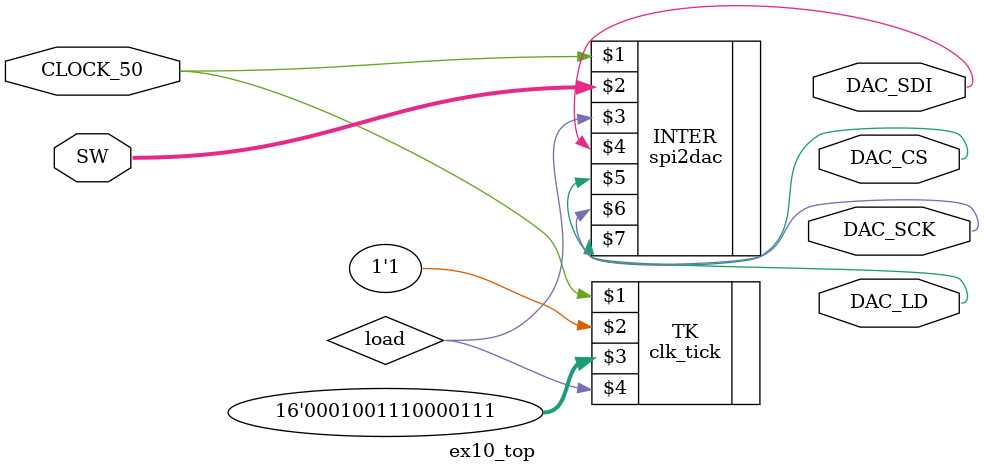
<source format=v>
module ex10_top (
	SW,
	CLOCK_50,
	DAC_CS,
	DAC_SDI,
	DAC_LD,
	DAC_SCK
);

	input [9:0] SW;
	input CLOCK_50;
	
	wire load;
	
	output DAC_CS;
	output DAC_SDI;
	output DAC_LD;
	output DAC_SCK;
	
	parameter max = 16'd4999;
	
	
	clk_tick   TK(CLOCK_50, 1'b1, max, load);
	spi2dac 	  INTER(CLOCK_50, SW[9:0], load, DAC_SDI, DAC_CS, DAC_SCK, DAC_LD);
	
endmodule 
</source>
